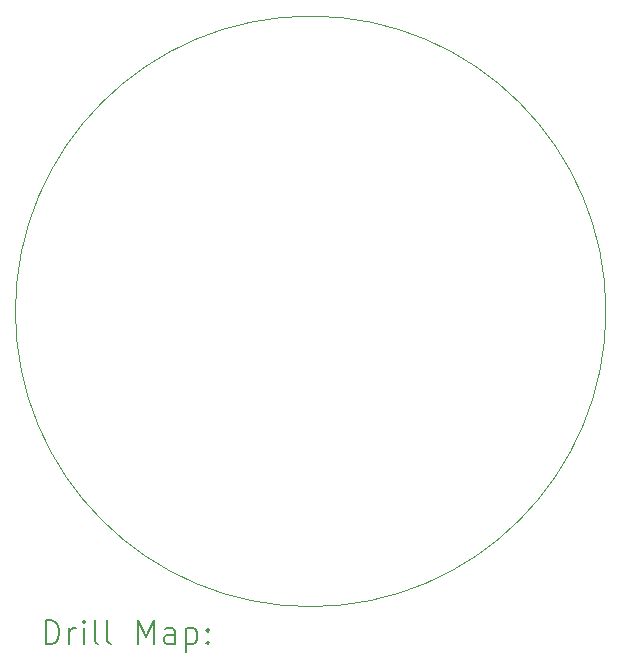
<source format=gbr>
%TF.GenerationSoftware,KiCad,Pcbnew,8.0.8*%
%TF.CreationDate,2025-02-15T12:27:47-06:00*%
%TF.ProjectId,reverse,72657665-7273-4652-9e6b-696361645f70,rev?*%
%TF.SameCoordinates,Original*%
%TF.FileFunction,Drillmap*%
%TF.FilePolarity,Positive*%
%FSLAX45Y45*%
G04 Gerber Fmt 4.5, Leading zero omitted, Abs format (unit mm)*
G04 Created by KiCad (PCBNEW 8.0.8) date 2025-02-15 12:27:47*
%MOMM*%
%LPD*%
G01*
G04 APERTURE LIST*
%ADD10C,0.100000*%
%ADD11C,0.200000*%
G04 APERTURE END LIST*
D10*
X7500000Y-10000000D02*
G75*
G02*
X2500000Y-10000000I-2500000J0D01*
G01*
X2500000Y-10000000D02*
G75*
G02*
X7500000Y-10000000I2500000J0D01*
G01*
D11*
X2755777Y-12816484D02*
X2755777Y-12616484D01*
X2755777Y-12616484D02*
X2803396Y-12616484D01*
X2803396Y-12616484D02*
X2831967Y-12626008D01*
X2831967Y-12626008D02*
X2851015Y-12645055D01*
X2851015Y-12645055D02*
X2860539Y-12664103D01*
X2860539Y-12664103D02*
X2870062Y-12702198D01*
X2870062Y-12702198D02*
X2870062Y-12730769D01*
X2870062Y-12730769D02*
X2860539Y-12768865D01*
X2860539Y-12768865D02*
X2851015Y-12787912D01*
X2851015Y-12787912D02*
X2831967Y-12806960D01*
X2831967Y-12806960D02*
X2803396Y-12816484D01*
X2803396Y-12816484D02*
X2755777Y-12816484D01*
X2955777Y-12816484D02*
X2955777Y-12683150D01*
X2955777Y-12721246D02*
X2965301Y-12702198D01*
X2965301Y-12702198D02*
X2974824Y-12692674D01*
X2974824Y-12692674D02*
X2993872Y-12683150D01*
X2993872Y-12683150D02*
X3012920Y-12683150D01*
X3079586Y-12816484D02*
X3079586Y-12683150D01*
X3079586Y-12616484D02*
X3070062Y-12626008D01*
X3070062Y-12626008D02*
X3079586Y-12635531D01*
X3079586Y-12635531D02*
X3089110Y-12626008D01*
X3089110Y-12626008D02*
X3079586Y-12616484D01*
X3079586Y-12616484D02*
X3079586Y-12635531D01*
X3203396Y-12816484D02*
X3184348Y-12806960D01*
X3184348Y-12806960D02*
X3174824Y-12787912D01*
X3174824Y-12787912D02*
X3174824Y-12616484D01*
X3308158Y-12816484D02*
X3289110Y-12806960D01*
X3289110Y-12806960D02*
X3279586Y-12787912D01*
X3279586Y-12787912D02*
X3279586Y-12616484D01*
X3536729Y-12816484D02*
X3536729Y-12616484D01*
X3536729Y-12616484D02*
X3603396Y-12759341D01*
X3603396Y-12759341D02*
X3670062Y-12616484D01*
X3670062Y-12616484D02*
X3670062Y-12816484D01*
X3851015Y-12816484D02*
X3851015Y-12711722D01*
X3851015Y-12711722D02*
X3841491Y-12692674D01*
X3841491Y-12692674D02*
X3822443Y-12683150D01*
X3822443Y-12683150D02*
X3784348Y-12683150D01*
X3784348Y-12683150D02*
X3765301Y-12692674D01*
X3851015Y-12806960D02*
X3831967Y-12816484D01*
X3831967Y-12816484D02*
X3784348Y-12816484D01*
X3784348Y-12816484D02*
X3765301Y-12806960D01*
X3765301Y-12806960D02*
X3755777Y-12787912D01*
X3755777Y-12787912D02*
X3755777Y-12768865D01*
X3755777Y-12768865D02*
X3765301Y-12749817D01*
X3765301Y-12749817D02*
X3784348Y-12740293D01*
X3784348Y-12740293D02*
X3831967Y-12740293D01*
X3831967Y-12740293D02*
X3851015Y-12730769D01*
X3946253Y-12683150D02*
X3946253Y-12883150D01*
X3946253Y-12692674D02*
X3965301Y-12683150D01*
X3965301Y-12683150D02*
X4003396Y-12683150D01*
X4003396Y-12683150D02*
X4022443Y-12692674D01*
X4022443Y-12692674D02*
X4031967Y-12702198D01*
X4031967Y-12702198D02*
X4041491Y-12721246D01*
X4041491Y-12721246D02*
X4041491Y-12778388D01*
X4041491Y-12778388D02*
X4031967Y-12797436D01*
X4031967Y-12797436D02*
X4022443Y-12806960D01*
X4022443Y-12806960D02*
X4003396Y-12816484D01*
X4003396Y-12816484D02*
X3965301Y-12816484D01*
X3965301Y-12816484D02*
X3946253Y-12806960D01*
X4127205Y-12797436D02*
X4136729Y-12806960D01*
X4136729Y-12806960D02*
X4127205Y-12816484D01*
X4127205Y-12816484D02*
X4117682Y-12806960D01*
X4117682Y-12806960D02*
X4127205Y-12797436D01*
X4127205Y-12797436D02*
X4127205Y-12816484D01*
X4127205Y-12692674D02*
X4136729Y-12702198D01*
X4136729Y-12702198D02*
X4127205Y-12711722D01*
X4127205Y-12711722D02*
X4117682Y-12702198D01*
X4117682Y-12702198D02*
X4127205Y-12692674D01*
X4127205Y-12692674D02*
X4127205Y-12711722D01*
M02*

</source>
